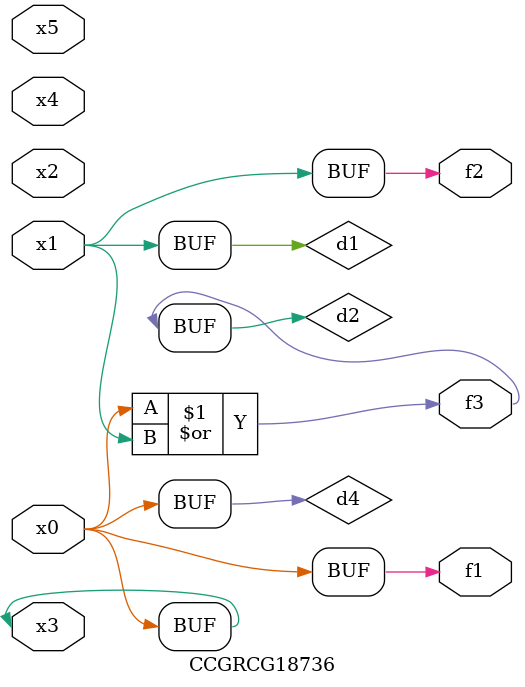
<source format=v>
module CCGRCG18736(
	input x0, x1, x2, x3, x4, x5,
	output f1, f2, f3
);

	wire d1, d2, d3, d4;

	and (d1, x1);
	or (d2, x0, x1);
	nand (d3, x0, x5);
	buf (d4, x0, x3);
	assign f1 = d4;
	assign f2 = d1;
	assign f3 = d2;
endmodule

</source>
